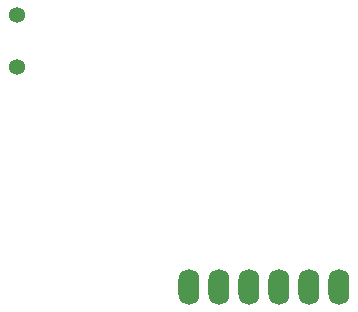
<source format=gbs>
%FSLAX23Y23*%
%MOMM*%
G04 EasyPC Gerber Version 16.0.6 Build 3249 *
%ADD18O,1.77800X3.04800*%
%ADD122C,1.35720*%
X0Y0D02*
D02*
D18*
X457283Y445503D03*
X459823D03*
X462363D03*
X464903D03*
X467443D03*
X469983D03*
D02*
D122*
X442683Y464103D03*
Y468503D03*
X0Y0D02*
M02*

</source>
